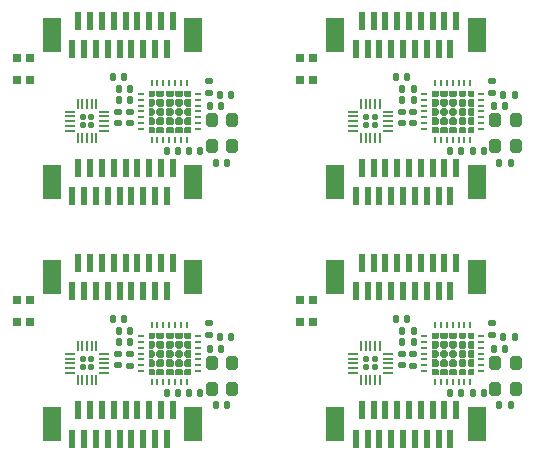
<source format=gbr>
%TF.GenerationSoftware,KiCad,Pcbnew,7.0.2-6a45011f42~172~ubuntu22.04.1*%
%TF.CreationDate,2023-05-08T22:23:16+01:00*%
%TF.ProjectId,panel,70616e65-6c2e-46b6-9963-61645f706362,rev?*%
%TF.SameCoordinates,Original*%
%TF.FileFunction,Paste,Top*%
%TF.FilePolarity,Positive*%
%FSLAX46Y46*%
G04 Gerber Fmt 4.6, Leading zero omitted, Abs format (unit mm)*
G04 Created by KiCad (PCBNEW 7.0.2-6a45011f42~172~ubuntu22.04.1) date 2023-05-08 22:23:16*
%MOMM*%
%LPD*%
G01*
G04 APERTURE LIST*
G04 Aperture macros list*
%AMRoundRect*
0 Rectangle with rounded corners*
0 $1 Rounding radius*
0 $2 $3 $4 $5 $6 $7 $8 $9 X,Y pos of 4 corners*
0 Add a 4 corners polygon primitive as box body*
4,1,4,$2,$3,$4,$5,$6,$7,$8,$9,$2,$3,0*
0 Add four circle primitives for the rounded corners*
1,1,$1+$1,$2,$3*
1,1,$1+$1,$4,$5*
1,1,$1+$1,$6,$7*
1,1,$1+$1,$8,$9*
0 Add four rect primitives between the rounded corners*
20,1,$1+$1,$2,$3,$4,$5,0*
20,1,$1+$1,$4,$5,$6,$7,0*
20,1,$1+$1,$6,$7,$8,$9,0*
20,1,$1+$1,$8,$9,$2,$3,0*%
G04 Aperture macros list end*
%ADD10C,0.100000*%
%ADD11RoundRect,0.140000X-0.140000X-0.170000X0.140000X-0.170000X0.140000X0.170000X-0.140000X0.170000X0*%
%ADD12R,0.500000X1.600000*%
%ADD13R,1.500000X2.900000*%
%ADD14RoundRect,0.140000X0.170000X-0.140000X0.170000X0.140000X-0.170000X0.140000X-0.170000X-0.140000X0*%
%ADD15RoundRect,0.140000X0.140000X0.170000X-0.140000X0.170000X-0.140000X-0.170000X0.140000X-0.170000X0*%
%ADD16RoundRect,0.140000X-0.170000X0.140000X-0.170000X-0.140000X0.170000X-0.140000X0.170000X0.140000X0*%
%ADD17R,0.700000X0.700000*%
%ADD18RoundRect,0.125000X0.125000X0.125000X-0.125000X0.125000X-0.125000X-0.125000X0.125000X-0.125000X0*%
%ADD19RoundRect,0.050000X0.375000X0.050000X-0.375000X0.050000X-0.375000X-0.050000X0.375000X-0.050000X0*%
%ADD20RoundRect,0.050000X0.050000X0.375000X-0.050000X0.375000X-0.050000X-0.375000X0.050000X-0.375000X0*%
%ADD21R,0.250000X0.600000*%
%ADD22R,0.600000X0.250000*%
%ADD23RoundRect,0.237500X0.237500X0.362500X-0.237500X0.362500X-0.237500X-0.362500X0.237500X-0.362500X0*%
%ADD24RoundRect,0.237500X-0.237500X0.362500X-0.237500X-0.362500X0.237500X-0.362500X0.237500X0.362500X0*%
G04 APERTURE END LIST*
%TO.C,U1*%
D10*
X28675070Y-23718900D02*
X28372521Y-23718900D01*
X28231100Y-23577479D01*
X28231100Y-23274930D01*
X28675070Y-23274930D01*
X28675070Y-23718900D01*
G36*
X28675070Y-23718900D02*
G01*
X28372521Y-23718900D01*
X28231100Y-23577479D01*
X28231100Y-23274930D01*
X28675070Y-23274930D01*
X28675070Y-23718900D01*
G37*
X25668900Y-23577479D02*
X25527479Y-23718900D01*
X25224930Y-23718900D01*
X25224930Y-23274930D01*
X25668900Y-23274930D01*
X25668900Y-23577479D01*
G36*
X25668900Y-23577479D02*
G01*
X25527479Y-23718900D01*
X25224930Y-23718900D01*
X25224930Y-23274930D01*
X25668900Y-23274930D01*
X25668900Y-23577479D01*
G37*
X28675070Y-26725070D02*
X28231100Y-26725070D01*
X28231100Y-26422521D01*
X28372521Y-26281100D01*
X28675070Y-26281100D01*
X28675070Y-26725070D01*
G36*
X28675070Y-26725070D02*
G01*
X28231100Y-26725070D01*
X28231100Y-26422521D01*
X28372521Y-26281100D01*
X28675070Y-26281100D01*
X28675070Y-26725070D01*
G37*
X25668900Y-26422521D02*
X25668900Y-26725070D01*
X25224930Y-26725070D01*
X25224930Y-26281100D01*
X25527479Y-26281100D01*
X25668900Y-26422521D01*
G36*
X25668900Y-26422521D02*
G01*
X25668900Y-26725070D01*
X25224930Y-26725070D01*
X25224930Y-26281100D01*
X25527479Y-26281100D01*
X25668900Y-26422521D01*
G37*
X28031100Y-23577479D02*
X27889679Y-23718900D01*
X27585121Y-23718900D01*
X27443700Y-23577479D01*
X27443700Y-23274930D01*
X28031100Y-23274930D01*
X28031100Y-23577479D01*
G36*
X28031100Y-23577479D02*
G01*
X27889679Y-23718900D01*
X27585121Y-23718900D01*
X27443700Y-23577479D01*
X27443700Y-23274930D01*
X28031100Y-23274930D01*
X28031100Y-23577479D01*
G37*
X27243700Y-23577479D02*
X27102279Y-23718900D01*
X26797721Y-23718900D01*
X26656300Y-23577479D01*
X26656300Y-23274930D01*
X27243700Y-23274930D01*
X27243700Y-23577479D01*
G36*
X27243700Y-23577479D02*
G01*
X27102279Y-23718900D01*
X26797721Y-23718900D01*
X26656300Y-23577479D01*
X26656300Y-23274930D01*
X27243700Y-23274930D01*
X27243700Y-23577479D01*
G37*
X26456300Y-23577479D02*
X26314879Y-23718900D01*
X26010321Y-23718900D01*
X25868900Y-23577479D01*
X25868900Y-23274930D01*
X26456300Y-23274930D01*
X26456300Y-23577479D01*
G36*
X26456300Y-23577479D02*
G01*
X26314879Y-23718900D01*
X26010321Y-23718900D01*
X25868900Y-23577479D01*
X25868900Y-23274930D01*
X26456300Y-23274930D01*
X26456300Y-23577479D01*
G37*
X28675070Y-24506300D02*
X28372521Y-24506300D01*
X28231100Y-24364879D01*
X28231100Y-24060321D01*
X28372521Y-23918900D01*
X28675070Y-23918900D01*
X28675070Y-24506300D01*
G36*
X28675070Y-24506300D02*
G01*
X28372521Y-24506300D01*
X28231100Y-24364879D01*
X28231100Y-24060321D01*
X28372521Y-23918900D01*
X28675070Y-23918900D01*
X28675070Y-24506300D01*
G37*
X25668900Y-24060321D02*
X25668900Y-24364879D01*
X25527479Y-24506300D01*
X25224930Y-24506300D01*
X25224930Y-23918900D01*
X25527479Y-23918900D01*
X25668900Y-24060321D01*
G36*
X25668900Y-24060321D02*
G01*
X25668900Y-24364879D01*
X25527479Y-24506300D01*
X25224930Y-24506300D01*
X25224930Y-23918900D01*
X25527479Y-23918900D01*
X25668900Y-24060321D01*
G37*
X28675070Y-25293700D02*
X28372521Y-25293700D01*
X28231100Y-25152279D01*
X28231100Y-24847721D01*
X28372521Y-24706300D01*
X28675070Y-24706300D01*
X28675070Y-25293700D01*
G36*
X28675070Y-25293700D02*
G01*
X28372521Y-25293700D01*
X28231100Y-25152279D01*
X28231100Y-24847721D01*
X28372521Y-24706300D01*
X28675070Y-24706300D01*
X28675070Y-25293700D01*
G37*
X25668900Y-24847721D02*
X25668900Y-25152279D01*
X25527479Y-25293700D01*
X25224930Y-25293700D01*
X25224930Y-24706300D01*
X25527479Y-24706300D01*
X25668900Y-24847721D01*
G36*
X25668900Y-24847721D02*
G01*
X25668900Y-25152279D01*
X25527479Y-25293700D01*
X25224930Y-25293700D01*
X25224930Y-24706300D01*
X25527479Y-24706300D01*
X25668900Y-24847721D01*
G37*
X28675070Y-26081100D02*
X28372521Y-26081100D01*
X28231100Y-25939679D01*
X28231100Y-25635121D01*
X28372521Y-25493700D01*
X28675070Y-25493700D01*
X28675070Y-26081100D01*
G36*
X28675070Y-26081100D02*
G01*
X28372521Y-26081100D01*
X28231100Y-25939679D01*
X28231100Y-25635121D01*
X28372521Y-25493700D01*
X28675070Y-25493700D01*
X28675070Y-26081100D01*
G37*
X25668900Y-25635121D02*
X25668900Y-25939679D01*
X25527479Y-26081100D01*
X25224930Y-26081100D01*
X25224930Y-25493700D01*
X25527479Y-25493700D01*
X25668900Y-25635121D01*
G36*
X25668900Y-25635121D02*
G01*
X25668900Y-25939679D01*
X25527479Y-26081100D01*
X25224930Y-26081100D01*
X25224930Y-25493700D01*
X25527479Y-25493700D01*
X25668900Y-25635121D01*
G37*
X28031100Y-26422521D02*
X28031100Y-26725070D01*
X27443700Y-26725070D01*
X27443700Y-26422521D01*
X27585121Y-26281100D01*
X27889679Y-26281100D01*
X28031100Y-26422521D01*
G36*
X28031100Y-26422521D02*
G01*
X28031100Y-26725070D01*
X27443700Y-26725070D01*
X27443700Y-26422521D01*
X27585121Y-26281100D01*
X27889679Y-26281100D01*
X28031100Y-26422521D01*
G37*
X27243700Y-26422521D02*
X27243700Y-26725070D01*
X26656300Y-26725070D01*
X26656300Y-26422521D01*
X26797721Y-26281100D01*
X27102279Y-26281100D01*
X27243700Y-26422521D01*
G36*
X27243700Y-26422521D02*
G01*
X27243700Y-26725070D01*
X26656300Y-26725070D01*
X26656300Y-26422521D01*
X26797721Y-26281100D01*
X27102279Y-26281100D01*
X27243700Y-26422521D01*
G37*
X26456300Y-26422521D02*
X26456300Y-26725070D01*
X25868900Y-26725070D01*
X25868900Y-26422521D01*
X26010321Y-26281100D01*
X26314879Y-26281100D01*
X26456300Y-26422521D01*
G36*
X26456300Y-26422521D02*
G01*
X26456300Y-26725070D01*
X25868900Y-26725070D01*
X25868900Y-26422521D01*
X26010321Y-26281100D01*
X26314879Y-26281100D01*
X26456300Y-26422521D01*
G37*
X28031100Y-24060321D02*
X28031100Y-24364879D01*
X27889679Y-24506300D01*
X27585121Y-24506300D01*
X27443700Y-24364879D01*
X27443700Y-24060321D01*
X27585121Y-23918900D01*
X27889679Y-23918900D01*
X28031100Y-24060321D01*
G36*
X28031100Y-24060321D02*
G01*
X28031100Y-24364879D01*
X27889679Y-24506300D01*
X27585121Y-24506300D01*
X27443700Y-24364879D01*
X27443700Y-24060321D01*
X27585121Y-23918900D01*
X27889679Y-23918900D01*
X28031100Y-24060321D01*
G37*
X27243700Y-24060321D02*
X27243700Y-24364879D01*
X27102279Y-24506300D01*
X26797721Y-24506300D01*
X26656300Y-24364879D01*
X26656300Y-24060321D01*
X26797721Y-23918900D01*
X27102279Y-23918900D01*
X27243700Y-24060321D01*
G36*
X27243700Y-24060321D02*
G01*
X27243700Y-24364879D01*
X27102279Y-24506300D01*
X26797721Y-24506300D01*
X26656300Y-24364879D01*
X26656300Y-24060321D01*
X26797721Y-23918900D01*
X27102279Y-23918900D01*
X27243700Y-24060321D01*
G37*
X26456300Y-24060321D02*
X26456300Y-24364879D01*
X26314879Y-24506300D01*
X26010321Y-24506300D01*
X25868900Y-24364879D01*
X25868900Y-24060321D01*
X26010321Y-23918900D01*
X26314879Y-23918900D01*
X26456300Y-24060321D01*
G36*
X26456300Y-24060321D02*
G01*
X26456300Y-24364879D01*
X26314879Y-24506300D01*
X26010321Y-24506300D01*
X25868900Y-24364879D01*
X25868900Y-24060321D01*
X26010321Y-23918900D01*
X26314879Y-23918900D01*
X26456300Y-24060321D01*
G37*
X28031100Y-24847721D02*
X28031100Y-25152279D01*
X27889679Y-25293700D01*
X27585121Y-25293700D01*
X27443700Y-25152279D01*
X27443700Y-24847721D01*
X27585121Y-24706300D01*
X27889679Y-24706300D01*
X28031100Y-24847721D01*
G36*
X28031100Y-24847721D02*
G01*
X28031100Y-25152279D01*
X27889679Y-25293700D01*
X27585121Y-25293700D01*
X27443700Y-25152279D01*
X27443700Y-24847721D01*
X27585121Y-24706300D01*
X27889679Y-24706300D01*
X28031100Y-24847721D01*
G37*
X27243700Y-24847721D02*
X27243700Y-25152279D01*
X27102279Y-25293700D01*
X26797721Y-25293700D01*
X26656300Y-25152279D01*
X26656300Y-24847721D01*
X26797721Y-24706300D01*
X27102279Y-24706300D01*
X27243700Y-24847721D01*
G36*
X27243700Y-24847721D02*
G01*
X27243700Y-25152279D01*
X27102279Y-25293700D01*
X26797721Y-25293700D01*
X26656300Y-25152279D01*
X26656300Y-24847721D01*
X26797721Y-24706300D01*
X27102279Y-24706300D01*
X27243700Y-24847721D01*
G37*
X26456300Y-24847721D02*
X26456300Y-25152279D01*
X26314879Y-25293700D01*
X26010321Y-25293700D01*
X25868900Y-25152279D01*
X25868900Y-24847721D01*
X26010321Y-24706300D01*
X26314879Y-24706300D01*
X26456300Y-24847721D01*
G36*
X26456300Y-24847721D02*
G01*
X26456300Y-25152279D01*
X26314879Y-25293700D01*
X26010321Y-25293700D01*
X25868900Y-25152279D01*
X25868900Y-24847721D01*
X26010321Y-24706300D01*
X26314879Y-24706300D01*
X26456300Y-24847721D01*
G37*
X28031100Y-25635121D02*
X28031100Y-25939679D01*
X27889679Y-26081100D01*
X27585121Y-26081100D01*
X27443700Y-25939679D01*
X27443700Y-25635121D01*
X27585121Y-25493700D01*
X27889679Y-25493700D01*
X28031100Y-25635121D01*
G36*
X28031100Y-25635121D02*
G01*
X28031100Y-25939679D01*
X27889679Y-26081100D01*
X27585121Y-26081100D01*
X27443700Y-25939679D01*
X27443700Y-25635121D01*
X27585121Y-25493700D01*
X27889679Y-25493700D01*
X28031100Y-25635121D01*
G37*
X27243700Y-25635121D02*
X27243700Y-25939679D01*
X27102279Y-26081100D01*
X26797721Y-26081100D01*
X26656300Y-25939679D01*
X26656300Y-25635121D01*
X26797721Y-25493700D01*
X27102279Y-25493700D01*
X27243700Y-25635121D01*
G36*
X27243700Y-25635121D02*
G01*
X27243700Y-25939679D01*
X27102279Y-26081100D01*
X26797721Y-26081100D01*
X26656300Y-25939679D01*
X26656300Y-25635121D01*
X26797721Y-25493700D01*
X27102279Y-25493700D01*
X27243700Y-25635121D01*
G37*
X26456300Y-25635121D02*
X26456300Y-25939679D01*
X26314879Y-26081100D01*
X26010321Y-26081100D01*
X25868900Y-25939679D01*
X25868900Y-25635121D01*
X26010321Y-25493700D01*
X26314879Y-25493700D01*
X26456300Y-25635121D01*
G36*
X26456300Y-25635121D02*
G01*
X26456300Y-25939679D01*
X26314879Y-26081100D01*
X26010321Y-26081100D01*
X25868900Y-25939679D01*
X25868900Y-25635121D01*
X26010321Y-25493700D01*
X26314879Y-25493700D01*
X26456300Y-25635121D01*
G37*
X52675071Y-44218901D02*
X52372522Y-44218901D01*
X52231101Y-44077480D01*
X52231101Y-43774931D01*
X52675071Y-43774931D01*
X52675071Y-44218901D01*
G36*
X52675071Y-44218901D02*
G01*
X52372522Y-44218901D01*
X52231101Y-44077480D01*
X52231101Y-43774931D01*
X52675071Y-43774931D01*
X52675071Y-44218901D01*
G37*
X49668901Y-44077480D02*
X49527480Y-44218901D01*
X49224931Y-44218901D01*
X49224931Y-43774931D01*
X49668901Y-43774931D01*
X49668901Y-44077480D01*
G36*
X49668901Y-44077480D02*
G01*
X49527480Y-44218901D01*
X49224931Y-44218901D01*
X49224931Y-43774931D01*
X49668901Y-43774931D01*
X49668901Y-44077480D01*
G37*
X52675071Y-47225071D02*
X52231101Y-47225071D01*
X52231101Y-46922522D01*
X52372522Y-46781101D01*
X52675071Y-46781101D01*
X52675071Y-47225071D01*
G36*
X52675071Y-47225071D02*
G01*
X52231101Y-47225071D01*
X52231101Y-46922522D01*
X52372522Y-46781101D01*
X52675071Y-46781101D01*
X52675071Y-47225071D01*
G37*
X49668901Y-46922522D02*
X49668901Y-47225071D01*
X49224931Y-47225071D01*
X49224931Y-46781101D01*
X49527480Y-46781101D01*
X49668901Y-46922522D01*
G36*
X49668901Y-46922522D02*
G01*
X49668901Y-47225071D01*
X49224931Y-47225071D01*
X49224931Y-46781101D01*
X49527480Y-46781101D01*
X49668901Y-46922522D01*
G37*
X52031101Y-44077480D02*
X51889680Y-44218901D01*
X51585122Y-44218901D01*
X51443701Y-44077480D01*
X51443701Y-43774931D01*
X52031101Y-43774931D01*
X52031101Y-44077480D01*
G36*
X52031101Y-44077480D02*
G01*
X51889680Y-44218901D01*
X51585122Y-44218901D01*
X51443701Y-44077480D01*
X51443701Y-43774931D01*
X52031101Y-43774931D01*
X52031101Y-44077480D01*
G37*
X51243701Y-44077480D02*
X51102280Y-44218901D01*
X50797722Y-44218901D01*
X50656301Y-44077480D01*
X50656301Y-43774931D01*
X51243701Y-43774931D01*
X51243701Y-44077480D01*
G36*
X51243701Y-44077480D02*
G01*
X51102280Y-44218901D01*
X50797722Y-44218901D01*
X50656301Y-44077480D01*
X50656301Y-43774931D01*
X51243701Y-43774931D01*
X51243701Y-44077480D01*
G37*
X50456301Y-44077480D02*
X50314880Y-44218901D01*
X50010322Y-44218901D01*
X49868901Y-44077480D01*
X49868901Y-43774931D01*
X50456301Y-43774931D01*
X50456301Y-44077480D01*
G36*
X50456301Y-44077480D02*
G01*
X50314880Y-44218901D01*
X50010322Y-44218901D01*
X49868901Y-44077480D01*
X49868901Y-43774931D01*
X50456301Y-43774931D01*
X50456301Y-44077480D01*
G37*
X52675071Y-45006301D02*
X52372522Y-45006301D01*
X52231101Y-44864880D01*
X52231101Y-44560322D01*
X52372522Y-44418901D01*
X52675071Y-44418901D01*
X52675071Y-45006301D01*
G36*
X52675071Y-45006301D02*
G01*
X52372522Y-45006301D01*
X52231101Y-44864880D01*
X52231101Y-44560322D01*
X52372522Y-44418901D01*
X52675071Y-44418901D01*
X52675071Y-45006301D01*
G37*
X49668901Y-44560322D02*
X49668901Y-44864880D01*
X49527480Y-45006301D01*
X49224931Y-45006301D01*
X49224931Y-44418901D01*
X49527480Y-44418901D01*
X49668901Y-44560322D01*
G36*
X49668901Y-44560322D02*
G01*
X49668901Y-44864880D01*
X49527480Y-45006301D01*
X49224931Y-45006301D01*
X49224931Y-44418901D01*
X49527480Y-44418901D01*
X49668901Y-44560322D01*
G37*
X52675071Y-45793701D02*
X52372522Y-45793701D01*
X52231101Y-45652280D01*
X52231101Y-45347722D01*
X52372522Y-45206301D01*
X52675071Y-45206301D01*
X52675071Y-45793701D01*
G36*
X52675071Y-45793701D02*
G01*
X52372522Y-45793701D01*
X52231101Y-45652280D01*
X52231101Y-45347722D01*
X52372522Y-45206301D01*
X52675071Y-45206301D01*
X52675071Y-45793701D01*
G37*
X49668901Y-45347722D02*
X49668901Y-45652280D01*
X49527480Y-45793701D01*
X49224931Y-45793701D01*
X49224931Y-45206301D01*
X49527480Y-45206301D01*
X49668901Y-45347722D01*
G36*
X49668901Y-45347722D02*
G01*
X49668901Y-45652280D01*
X49527480Y-45793701D01*
X49224931Y-45793701D01*
X49224931Y-45206301D01*
X49527480Y-45206301D01*
X49668901Y-45347722D01*
G37*
X52675071Y-46581101D02*
X52372522Y-46581101D01*
X52231101Y-46439680D01*
X52231101Y-46135122D01*
X52372522Y-45993701D01*
X52675071Y-45993701D01*
X52675071Y-46581101D01*
G36*
X52675071Y-46581101D02*
G01*
X52372522Y-46581101D01*
X52231101Y-46439680D01*
X52231101Y-46135122D01*
X52372522Y-45993701D01*
X52675071Y-45993701D01*
X52675071Y-46581101D01*
G37*
X49668901Y-46135122D02*
X49668901Y-46439680D01*
X49527480Y-46581101D01*
X49224931Y-46581101D01*
X49224931Y-45993701D01*
X49527480Y-45993701D01*
X49668901Y-46135122D01*
G36*
X49668901Y-46135122D02*
G01*
X49668901Y-46439680D01*
X49527480Y-46581101D01*
X49224931Y-46581101D01*
X49224931Y-45993701D01*
X49527480Y-45993701D01*
X49668901Y-46135122D01*
G37*
X52031101Y-46922522D02*
X52031101Y-47225071D01*
X51443701Y-47225071D01*
X51443701Y-46922522D01*
X51585122Y-46781101D01*
X51889680Y-46781101D01*
X52031101Y-46922522D01*
G36*
X52031101Y-46922522D02*
G01*
X52031101Y-47225071D01*
X51443701Y-47225071D01*
X51443701Y-46922522D01*
X51585122Y-46781101D01*
X51889680Y-46781101D01*
X52031101Y-46922522D01*
G37*
X51243701Y-46922522D02*
X51243701Y-47225071D01*
X50656301Y-47225071D01*
X50656301Y-46922522D01*
X50797722Y-46781101D01*
X51102280Y-46781101D01*
X51243701Y-46922522D01*
G36*
X51243701Y-46922522D02*
G01*
X51243701Y-47225071D01*
X50656301Y-47225071D01*
X50656301Y-46922522D01*
X50797722Y-46781101D01*
X51102280Y-46781101D01*
X51243701Y-46922522D01*
G37*
X50456301Y-46922522D02*
X50456301Y-47225071D01*
X49868901Y-47225071D01*
X49868901Y-46922522D01*
X50010322Y-46781101D01*
X50314880Y-46781101D01*
X50456301Y-46922522D01*
G36*
X50456301Y-46922522D02*
G01*
X50456301Y-47225071D01*
X49868901Y-47225071D01*
X49868901Y-46922522D01*
X50010322Y-46781101D01*
X50314880Y-46781101D01*
X50456301Y-46922522D01*
G37*
X52031101Y-44560322D02*
X52031101Y-44864880D01*
X51889680Y-45006301D01*
X51585122Y-45006301D01*
X51443701Y-44864880D01*
X51443701Y-44560322D01*
X51585122Y-44418901D01*
X51889680Y-44418901D01*
X52031101Y-44560322D01*
G36*
X52031101Y-44560322D02*
G01*
X52031101Y-44864880D01*
X51889680Y-45006301D01*
X51585122Y-45006301D01*
X51443701Y-44864880D01*
X51443701Y-44560322D01*
X51585122Y-44418901D01*
X51889680Y-44418901D01*
X52031101Y-44560322D01*
G37*
X51243701Y-44560322D02*
X51243701Y-44864880D01*
X51102280Y-45006301D01*
X50797722Y-45006301D01*
X50656301Y-44864880D01*
X50656301Y-44560322D01*
X50797722Y-44418901D01*
X51102280Y-44418901D01*
X51243701Y-44560322D01*
G36*
X51243701Y-44560322D02*
G01*
X51243701Y-44864880D01*
X51102280Y-45006301D01*
X50797722Y-45006301D01*
X50656301Y-44864880D01*
X50656301Y-44560322D01*
X50797722Y-44418901D01*
X51102280Y-44418901D01*
X51243701Y-44560322D01*
G37*
X50456301Y-44560322D02*
X50456301Y-44864880D01*
X50314880Y-45006301D01*
X50010322Y-45006301D01*
X49868901Y-44864880D01*
X49868901Y-44560322D01*
X50010322Y-44418901D01*
X50314880Y-44418901D01*
X50456301Y-44560322D01*
G36*
X50456301Y-44560322D02*
G01*
X50456301Y-44864880D01*
X50314880Y-45006301D01*
X50010322Y-45006301D01*
X49868901Y-44864880D01*
X49868901Y-44560322D01*
X50010322Y-44418901D01*
X50314880Y-44418901D01*
X50456301Y-44560322D01*
G37*
X52031101Y-45347722D02*
X52031101Y-45652280D01*
X51889680Y-45793701D01*
X51585122Y-45793701D01*
X51443701Y-45652280D01*
X51443701Y-45347722D01*
X51585122Y-45206301D01*
X51889680Y-45206301D01*
X52031101Y-45347722D01*
G36*
X52031101Y-45347722D02*
G01*
X52031101Y-45652280D01*
X51889680Y-45793701D01*
X51585122Y-45793701D01*
X51443701Y-45652280D01*
X51443701Y-45347722D01*
X51585122Y-45206301D01*
X51889680Y-45206301D01*
X52031101Y-45347722D01*
G37*
X51243701Y-45347722D02*
X51243701Y-45652280D01*
X51102280Y-45793701D01*
X50797722Y-45793701D01*
X50656301Y-45652280D01*
X50656301Y-45347722D01*
X50797722Y-45206301D01*
X51102280Y-45206301D01*
X51243701Y-45347722D01*
G36*
X51243701Y-45347722D02*
G01*
X51243701Y-45652280D01*
X51102280Y-45793701D01*
X50797722Y-45793701D01*
X50656301Y-45652280D01*
X50656301Y-45347722D01*
X50797722Y-45206301D01*
X51102280Y-45206301D01*
X51243701Y-45347722D01*
G37*
X50456301Y-45347722D02*
X50456301Y-45652280D01*
X50314880Y-45793701D01*
X50010322Y-45793701D01*
X49868901Y-45652280D01*
X49868901Y-45347722D01*
X50010322Y-45206301D01*
X50314880Y-45206301D01*
X50456301Y-45347722D01*
G36*
X50456301Y-45347722D02*
G01*
X50456301Y-45652280D01*
X50314880Y-45793701D01*
X50010322Y-45793701D01*
X49868901Y-45652280D01*
X49868901Y-45347722D01*
X50010322Y-45206301D01*
X50314880Y-45206301D01*
X50456301Y-45347722D01*
G37*
X52031101Y-46135122D02*
X52031101Y-46439680D01*
X51889680Y-46581101D01*
X51585122Y-46581101D01*
X51443701Y-46439680D01*
X51443701Y-46135122D01*
X51585122Y-45993701D01*
X51889680Y-45993701D01*
X52031101Y-46135122D01*
G36*
X52031101Y-46135122D02*
G01*
X52031101Y-46439680D01*
X51889680Y-46581101D01*
X51585122Y-46581101D01*
X51443701Y-46439680D01*
X51443701Y-46135122D01*
X51585122Y-45993701D01*
X51889680Y-45993701D01*
X52031101Y-46135122D01*
G37*
X51243701Y-46135122D02*
X51243701Y-46439680D01*
X51102280Y-46581101D01*
X50797722Y-46581101D01*
X50656301Y-46439680D01*
X50656301Y-46135122D01*
X50797722Y-45993701D01*
X51102280Y-45993701D01*
X51243701Y-46135122D01*
G36*
X51243701Y-46135122D02*
G01*
X51243701Y-46439680D01*
X51102280Y-46581101D01*
X50797722Y-46581101D01*
X50656301Y-46439680D01*
X50656301Y-46135122D01*
X50797722Y-45993701D01*
X51102280Y-45993701D01*
X51243701Y-46135122D01*
G37*
X50456301Y-46135122D02*
X50456301Y-46439680D01*
X50314880Y-46581101D01*
X50010322Y-46581101D01*
X49868901Y-46439680D01*
X49868901Y-46135122D01*
X50010322Y-45993701D01*
X50314880Y-45993701D01*
X50456301Y-46135122D01*
G36*
X50456301Y-46135122D02*
G01*
X50456301Y-46439680D01*
X50314880Y-46581101D01*
X50010322Y-46581101D01*
X49868901Y-46439680D01*
X49868901Y-46135122D01*
X50010322Y-45993701D01*
X50314880Y-45993701D01*
X50456301Y-46135122D01*
G37*
X28675070Y-44218901D02*
X28372521Y-44218901D01*
X28231100Y-44077480D01*
X28231100Y-43774931D01*
X28675070Y-43774931D01*
X28675070Y-44218901D01*
G36*
X28675070Y-44218901D02*
G01*
X28372521Y-44218901D01*
X28231100Y-44077480D01*
X28231100Y-43774931D01*
X28675070Y-43774931D01*
X28675070Y-44218901D01*
G37*
X25668900Y-44077480D02*
X25527479Y-44218901D01*
X25224930Y-44218901D01*
X25224930Y-43774931D01*
X25668900Y-43774931D01*
X25668900Y-44077480D01*
G36*
X25668900Y-44077480D02*
G01*
X25527479Y-44218901D01*
X25224930Y-44218901D01*
X25224930Y-43774931D01*
X25668900Y-43774931D01*
X25668900Y-44077480D01*
G37*
X28675070Y-47225071D02*
X28231100Y-47225071D01*
X28231100Y-46922522D01*
X28372521Y-46781101D01*
X28675070Y-46781101D01*
X28675070Y-47225071D01*
G36*
X28675070Y-47225071D02*
G01*
X28231100Y-47225071D01*
X28231100Y-46922522D01*
X28372521Y-46781101D01*
X28675070Y-46781101D01*
X28675070Y-47225071D01*
G37*
X25668900Y-46922522D02*
X25668900Y-47225071D01*
X25224930Y-47225071D01*
X25224930Y-46781101D01*
X25527479Y-46781101D01*
X25668900Y-46922522D01*
G36*
X25668900Y-46922522D02*
G01*
X25668900Y-47225071D01*
X25224930Y-47225071D01*
X25224930Y-46781101D01*
X25527479Y-46781101D01*
X25668900Y-46922522D01*
G37*
X28031100Y-44077480D02*
X27889679Y-44218901D01*
X27585121Y-44218901D01*
X27443700Y-44077480D01*
X27443700Y-43774931D01*
X28031100Y-43774931D01*
X28031100Y-44077480D01*
G36*
X28031100Y-44077480D02*
G01*
X27889679Y-44218901D01*
X27585121Y-44218901D01*
X27443700Y-44077480D01*
X27443700Y-43774931D01*
X28031100Y-43774931D01*
X28031100Y-44077480D01*
G37*
X27243700Y-44077480D02*
X27102279Y-44218901D01*
X26797721Y-44218901D01*
X26656300Y-44077480D01*
X26656300Y-43774931D01*
X27243700Y-43774931D01*
X27243700Y-44077480D01*
G36*
X27243700Y-44077480D02*
G01*
X27102279Y-44218901D01*
X26797721Y-44218901D01*
X26656300Y-44077480D01*
X26656300Y-43774931D01*
X27243700Y-43774931D01*
X27243700Y-44077480D01*
G37*
X26456300Y-44077480D02*
X26314879Y-44218901D01*
X26010321Y-44218901D01*
X25868900Y-44077480D01*
X25868900Y-43774931D01*
X26456300Y-43774931D01*
X26456300Y-44077480D01*
G36*
X26456300Y-44077480D02*
G01*
X26314879Y-44218901D01*
X26010321Y-44218901D01*
X25868900Y-44077480D01*
X25868900Y-43774931D01*
X26456300Y-43774931D01*
X26456300Y-44077480D01*
G37*
X28675070Y-45006301D02*
X28372521Y-45006301D01*
X28231100Y-44864880D01*
X28231100Y-44560322D01*
X28372521Y-44418901D01*
X28675070Y-44418901D01*
X28675070Y-45006301D01*
G36*
X28675070Y-45006301D02*
G01*
X28372521Y-45006301D01*
X28231100Y-44864880D01*
X28231100Y-44560322D01*
X28372521Y-44418901D01*
X28675070Y-44418901D01*
X28675070Y-45006301D01*
G37*
X25668900Y-44560322D02*
X25668900Y-44864880D01*
X25527479Y-45006301D01*
X25224930Y-45006301D01*
X25224930Y-44418901D01*
X25527479Y-44418901D01*
X25668900Y-44560322D01*
G36*
X25668900Y-44560322D02*
G01*
X25668900Y-44864880D01*
X25527479Y-45006301D01*
X25224930Y-45006301D01*
X25224930Y-44418901D01*
X25527479Y-44418901D01*
X25668900Y-44560322D01*
G37*
X28675070Y-45793701D02*
X28372521Y-45793701D01*
X28231100Y-45652280D01*
X28231100Y-45347722D01*
X28372521Y-45206301D01*
X28675070Y-45206301D01*
X28675070Y-45793701D01*
G36*
X28675070Y-45793701D02*
G01*
X28372521Y-45793701D01*
X28231100Y-45652280D01*
X28231100Y-45347722D01*
X28372521Y-45206301D01*
X28675070Y-45206301D01*
X28675070Y-45793701D01*
G37*
X25668900Y-45347722D02*
X25668900Y-45652280D01*
X25527479Y-45793701D01*
X25224930Y-45793701D01*
X25224930Y-45206301D01*
X25527479Y-45206301D01*
X25668900Y-45347722D01*
G36*
X25668900Y-45347722D02*
G01*
X25668900Y-45652280D01*
X25527479Y-45793701D01*
X25224930Y-45793701D01*
X25224930Y-45206301D01*
X25527479Y-45206301D01*
X25668900Y-45347722D01*
G37*
X28675070Y-46581101D02*
X28372521Y-46581101D01*
X28231100Y-46439680D01*
X28231100Y-46135122D01*
X28372521Y-45993701D01*
X28675070Y-45993701D01*
X28675070Y-46581101D01*
G36*
X28675070Y-46581101D02*
G01*
X28372521Y-46581101D01*
X28231100Y-46439680D01*
X28231100Y-46135122D01*
X28372521Y-45993701D01*
X28675070Y-45993701D01*
X28675070Y-46581101D01*
G37*
X25668900Y-46135122D02*
X25668900Y-46439680D01*
X25527479Y-46581101D01*
X25224930Y-46581101D01*
X25224930Y-45993701D01*
X25527479Y-45993701D01*
X25668900Y-46135122D01*
G36*
X25668900Y-46135122D02*
G01*
X25668900Y-46439680D01*
X25527479Y-46581101D01*
X25224930Y-46581101D01*
X25224930Y-45993701D01*
X25527479Y-45993701D01*
X25668900Y-46135122D01*
G37*
X28031100Y-46922522D02*
X28031100Y-47225071D01*
X27443700Y-47225071D01*
X27443700Y-46922522D01*
X27585121Y-46781101D01*
X27889679Y-46781101D01*
X28031100Y-46922522D01*
G36*
X28031100Y-46922522D02*
G01*
X28031100Y-47225071D01*
X27443700Y-47225071D01*
X27443700Y-46922522D01*
X27585121Y-46781101D01*
X27889679Y-46781101D01*
X28031100Y-46922522D01*
G37*
X27243700Y-46922522D02*
X27243700Y-47225071D01*
X26656300Y-47225071D01*
X26656300Y-46922522D01*
X26797721Y-46781101D01*
X27102279Y-46781101D01*
X27243700Y-46922522D01*
G36*
X27243700Y-46922522D02*
G01*
X27243700Y-47225071D01*
X26656300Y-47225071D01*
X26656300Y-46922522D01*
X26797721Y-46781101D01*
X27102279Y-46781101D01*
X27243700Y-46922522D01*
G37*
X26456300Y-46922522D02*
X26456300Y-47225071D01*
X25868900Y-47225071D01*
X25868900Y-46922522D01*
X26010321Y-46781101D01*
X26314879Y-46781101D01*
X26456300Y-46922522D01*
G36*
X26456300Y-46922522D02*
G01*
X26456300Y-47225071D01*
X25868900Y-47225071D01*
X25868900Y-46922522D01*
X26010321Y-46781101D01*
X26314879Y-46781101D01*
X26456300Y-46922522D01*
G37*
X28031100Y-44560322D02*
X28031100Y-44864880D01*
X27889679Y-45006301D01*
X27585121Y-45006301D01*
X27443700Y-44864880D01*
X27443700Y-44560322D01*
X27585121Y-44418901D01*
X27889679Y-44418901D01*
X28031100Y-44560322D01*
G36*
X28031100Y-44560322D02*
G01*
X28031100Y-44864880D01*
X27889679Y-45006301D01*
X27585121Y-45006301D01*
X27443700Y-44864880D01*
X27443700Y-44560322D01*
X27585121Y-44418901D01*
X27889679Y-44418901D01*
X28031100Y-44560322D01*
G37*
X27243700Y-44560322D02*
X27243700Y-44864880D01*
X27102279Y-45006301D01*
X26797721Y-45006301D01*
X26656300Y-44864880D01*
X26656300Y-44560322D01*
X26797721Y-44418901D01*
X27102279Y-44418901D01*
X27243700Y-44560322D01*
G36*
X27243700Y-44560322D02*
G01*
X27243700Y-44864880D01*
X27102279Y-45006301D01*
X26797721Y-45006301D01*
X26656300Y-44864880D01*
X26656300Y-44560322D01*
X26797721Y-44418901D01*
X27102279Y-44418901D01*
X27243700Y-44560322D01*
G37*
X26456300Y-44560322D02*
X26456300Y-44864880D01*
X26314879Y-45006301D01*
X26010321Y-45006301D01*
X25868900Y-44864880D01*
X25868900Y-44560322D01*
X26010321Y-44418901D01*
X26314879Y-44418901D01*
X26456300Y-44560322D01*
G36*
X26456300Y-44560322D02*
G01*
X26456300Y-44864880D01*
X26314879Y-45006301D01*
X26010321Y-45006301D01*
X25868900Y-44864880D01*
X25868900Y-44560322D01*
X26010321Y-44418901D01*
X26314879Y-44418901D01*
X26456300Y-44560322D01*
G37*
X28031100Y-45347722D02*
X28031100Y-45652280D01*
X27889679Y-45793701D01*
X27585121Y-45793701D01*
X27443700Y-45652280D01*
X27443700Y-45347722D01*
X27585121Y-45206301D01*
X27889679Y-45206301D01*
X28031100Y-45347722D01*
G36*
X28031100Y-45347722D02*
G01*
X28031100Y-45652280D01*
X27889679Y-45793701D01*
X27585121Y-45793701D01*
X27443700Y-45652280D01*
X27443700Y-45347722D01*
X27585121Y-45206301D01*
X27889679Y-45206301D01*
X28031100Y-45347722D01*
G37*
X27243700Y-45347722D02*
X27243700Y-45652280D01*
X27102279Y-45793701D01*
X26797721Y-45793701D01*
X26656300Y-45652280D01*
X26656300Y-45347722D01*
X26797721Y-45206301D01*
X27102279Y-45206301D01*
X27243700Y-45347722D01*
G36*
X27243700Y-45347722D02*
G01*
X27243700Y-45652280D01*
X27102279Y-45793701D01*
X26797721Y-45793701D01*
X26656300Y-45652280D01*
X26656300Y-45347722D01*
X26797721Y-45206301D01*
X27102279Y-45206301D01*
X27243700Y-45347722D01*
G37*
X26456300Y-45347722D02*
X26456300Y-45652280D01*
X26314879Y-45793701D01*
X26010321Y-45793701D01*
X25868900Y-45652280D01*
X25868900Y-45347722D01*
X26010321Y-45206301D01*
X26314879Y-45206301D01*
X26456300Y-45347722D01*
G36*
X26456300Y-45347722D02*
G01*
X26456300Y-45652280D01*
X26314879Y-45793701D01*
X26010321Y-45793701D01*
X25868900Y-45652280D01*
X25868900Y-45347722D01*
X26010321Y-45206301D01*
X26314879Y-45206301D01*
X26456300Y-45347722D01*
G37*
X28031100Y-46135122D02*
X28031100Y-46439680D01*
X27889679Y-46581101D01*
X27585121Y-46581101D01*
X27443700Y-46439680D01*
X27443700Y-46135122D01*
X27585121Y-45993701D01*
X27889679Y-45993701D01*
X28031100Y-46135122D01*
G36*
X28031100Y-46135122D02*
G01*
X28031100Y-46439680D01*
X27889679Y-46581101D01*
X27585121Y-46581101D01*
X27443700Y-46439680D01*
X27443700Y-46135122D01*
X27585121Y-45993701D01*
X27889679Y-45993701D01*
X28031100Y-46135122D01*
G37*
X27243700Y-46135122D02*
X27243700Y-46439680D01*
X27102279Y-46581101D01*
X26797721Y-46581101D01*
X26656300Y-46439680D01*
X26656300Y-46135122D01*
X26797721Y-45993701D01*
X27102279Y-45993701D01*
X27243700Y-46135122D01*
G36*
X27243700Y-46135122D02*
G01*
X27243700Y-46439680D01*
X27102279Y-46581101D01*
X26797721Y-46581101D01*
X26656300Y-46439680D01*
X26656300Y-46135122D01*
X26797721Y-45993701D01*
X27102279Y-45993701D01*
X27243700Y-46135122D01*
G37*
X26456300Y-46135122D02*
X26456300Y-46439680D01*
X26314879Y-46581101D01*
X26010321Y-46581101D01*
X25868900Y-46439680D01*
X25868900Y-46135122D01*
X26010321Y-45993701D01*
X26314879Y-45993701D01*
X26456300Y-46135122D01*
G36*
X26456300Y-46135122D02*
G01*
X26456300Y-46439680D01*
X26314879Y-46581101D01*
X26010321Y-46581101D01*
X25868900Y-46439680D01*
X25868900Y-46135122D01*
X26010321Y-45993701D01*
X26314879Y-45993701D01*
X26456300Y-46135122D01*
G37*
X52675071Y-23718900D02*
X52372522Y-23718900D01*
X52231101Y-23577479D01*
X52231101Y-23274930D01*
X52675071Y-23274930D01*
X52675071Y-23718900D01*
G36*
X52675071Y-23718900D02*
G01*
X52372522Y-23718900D01*
X52231101Y-23577479D01*
X52231101Y-23274930D01*
X52675071Y-23274930D01*
X52675071Y-23718900D01*
G37*
X49668901Y-23577479D02*
X49527480Y-23718900D01*
X49224931Y-23718900D01*
X49224931Y-23274930D01*
X49668901Y-23274930D01*
X49668901Y-23577479D01*
G36*
X49668901Y-23577479D02*
G01*
X49527480Y-23718900D01*
X49224931Y-23718900D01*
X49224931Y-23274930D01*
X49668901Y-23274930D01*
X49668901Y-23577479D01*
G37*
X52675071Y-26725070D02*
X52231101Y-26725070D01*
X52231101Y-26422521D01*
X52372522Y-26281100D01*
X52675071Y-26281100D01*
X52675071Y-26725070D01*
G36*
X52675071Y-26725070D02*
G01*
X52231101Y-26725070D01*
X52231101Y-26422521D01*
X52372522Y-26281100D01*
X52675071Y-26281100D01*
X52675071Y-26725070D01*
G37*
X49668901Y-26422521D02*
X49668901Y-26725070D01*
X49224931Y-26725070D01*
X49224931Y-26281100D01*
X49527480Y-26281100D01*
X49668901Y-26422521D01*
G36*
X49668901Y-26422521D02*
G01*
X49668901Y-26725070D01*
X49224931Y-26725070D01*
X49224931Y-26281100D01*
X49527480Y-26281100D01*
X49668901Y-26422521D01*
G37*
X52031101Y-23577479D02*
X51889680Y-23718900D01*
X51585122Y-23718900D01*
X51443701Y-23577479D01*
X51443701Y-23274930D01*
X52031101Y-23274930D01*
X52031101Y-23577479D01*
G36*
X52031101Y-23577479D02*
G01*
X51889680Y-23718900D01*
X51585122Y-23718900D01*
X51443701Y-23577479D01*
X51443701Y-23274930D01*
X52031101Y-23274930D01*
X52031101Y-23577479D01*
G37*
X51243701Y-23577479D02*
X51102280Y-23718900D01*
X50797722Y-23718900D01*
X50656301Y-23577479D01*
X50656301Y-23274930D01*
X51243701Y-23274930D01*
X51243701Y-23577479D01*
G36*
X51243701Y-23577479D02*
G01*
X51102280Y-23718900D01*
X50797722Y-23718900D01*
X50656301Y-23577479D01*
X50656301Y-23274930D01*
X51243701Y-23274930D01*
X51243701Y-23577479D01*
G37*
X50456301Y-23577479D02*
X50314880Y-23718900D01*
X50010322Y-23718900D01*
X49868901Y-23577479D01*
X49868901Y-23274930D01*
X50456301Y-23274930D01*
X50456301Y-23577479D01*
G36*
X50456301Y-23577479D02*
G01*
X50314880Y-23718900D01*
X50010322Y-23718900D01*
X49868901Y-23577479D01*
X49868901Y-23274930D01*
X50456301Y-23274930D01*
X50456301Y-23577479D01*
G37*
X52675071Y-24506300D02*
X52372522Y-24506300D01*
X52231101Y-24364879D01*
X52231101Y-24060321D01*
X52372522Y-23918900D01*
X52675071Y-23918900D01*
X52675071Y-24506300D01*
G36*
X52675071Y-24506300D02*
G01*
X52372522Y-24506300D01*
X52231101Y-24364879D01*
X52231101Y-24060321D01*
X52372522Y-23918900D01*
X52675071Y-23918900D01*
X52675071Y-24506300D01*
G37*
X49668901Y-24060321D02*
X49668901Y-24364879D01*
X49527480Y-24506300D01*
X49224931Y-24506300D01*
X49224931Y-23918900D01*
X49527480Y-23918900D01*
X49668901Y-24060321D01*
G36*
X49668901Y-24060321D02*
G01*
X49668901Y-24364879D01*
X49527480Y-24506300D01*
X49224931Y-24506300D01*
X49224931Y-23918900D01*
X49527480Y-23918900D01*
X49668901Y-24060321D01*
G37*
X52675071Y-25293700D02*
X52372522Y-25293700D01*
X52231101Y-25152279D01*
X52231101Y-24847721D01*
X52372522Y-24706300D01*
X52675071Y-24706300D01*
X52675071Y-25293700D01*
G36*
X52675071Y-25293700D02*
G01*
X52372522Y-25293700D01*
X52231101Y-25152279D01*
X52231101Y-24847721D01*
X52372522Y-24706300D01*
X52675071Y-24706300D01*
X52675071Y-25293700D01*
G37*
X49668901Y-24847721D02*
X49668901Y-25152279D01*
X49527480Y-25293700D01*
X49224931Y-25293700D01*
X49224931Y-24706300D01*
X49527480Y-24706300D01*
X49668901Y-24847721D01*
G36*
X49668901Y-24847721D02*
G01*
X49668901Y-25152279D01*
X49527480Y-25293700D01*
X49224931Y-25293700D01*
X49224931Y-24706300D01*
X49527480Y-24706300D01*
X49668901Y-24847721D01*
G37*
X52675071Y-26081100D02*
X52372522Y-26081100D01*
X52231101Y-25939679D01*
X52231101Y-25635121D01*
X52372522Y-25493700D01*
X52675071Y-25493700D01*
X52675071Y-26081100D01*
G36*
X52675071Y-26081100D02*
G01*
X52372522Y-26081100D01*
X52231101Y-25939679D01*
X52231101Y-25635121D01*
X52372522Y-25493700D01*
X52675071Y-25493700D01*
X52675071Y-26081100D01*
G37*
X49668901Y-25635121D02*
X49668901Y-25939679D01*
X49527480Y-26081100D01*
X49224931Y-26081100D01*
X49224931Y-25493700D01*
X49527480Y-25493700D01*
X49668901Y-25635121D01*
G36*
X49668901Y-25635121D02*
G01*
X49668901Y-25939679D01*
X49527480Y-26081100D01*
X49224931Y-26081100D01*
X49224931Y-25493700D01*
X49527480Y-25493700D01*
X49668901Y-25635121D01*
G37*
X52031101Y-26422521D02*
X52031101Y-26725070D01*
X51443701Y-26725070D01*
X51443701Y-26422521D01*
X51585122Y-26281100D01*
X51889680Y-26281100D01*
X52031101Y-26422521D01*
G36*
X52031101Y-26422521D02*
G01*
X52031101Y-26725070D01*
X51443701Y-26725070D01*
X51443701Y-26422521D01*
X51585122Y-26281100D01*
X51889680Y-26281100D01*
X52031101Y-26422521D01*
G37*
X51243701Y-26422521D02*
X51243701Y-26725070D01*
X50656301Y-26725070D01*
X50656301Y-26422521D01*
X50797722Y-26281100D01*
X51102280Y-26281100D01*
X51243701Y-26422521D01*
G36*
X51243701Y-26422521D02*
G01*
X51243701Y-26725070D01*
X50656301Y-26725070D01*
X50656301Y-26422521D01*
X50797722Y-26281100D01*
X51102280Y-26281100D01*
X51243701Y-26422521D01*
G37*
X50456301Y-26422521D02*
X50456301Y-26725070D01*
X49868901Y-26725070D01*
X49868901Y-26422521D01*
X50010322Y-26281100D01*
X50314880Y-26281100D01*
X50456301Y-26422521D01*
G36*
X50456301Y-26422521D02*
G01*
X50456301Y-26725070D01*
X49868901Y-26725070D01*
X49868901Y-26422521D01*
X50010322Y-26281100D01*
X50314880Y-26281100D01*
X50456301Y-26422521D01*
G37*
X52031101Y-24060321D02*
X52031101Y-24364879D01*
X51889680Y-24506300D01*
X51585122Y-24506300D01*
X51443701Y-24364879D01*
X51443701Y-24060321D01*
X51585122Y-23918900D01*
X51889680Y-23918900D01*
X52031101Y-24060321D01*
G36*
X52031101Y-24060321D02*
G01*
X52031101Y-24364879D01*
X51889680Y-24506300D01*
X51585122Y-24506300D01*
X51443701Y-24364879D01*
X51443701Y-24060321D01*
X51585122Y-23918900D01*
X51889680Y-23918900D01*
X52031101Y-24060321D01*
G37*
X51243701Y-24060321D02*
X51243701Y-24364879D01*
X51102280Y-24506300D01*
X50797722Y-24506300D01*
X50656301Y-24364879D01*
X50656301Y-24060321D01*
X50797722Y-23918900D01*
X51102280Y-23918900D01*
X51243701Y-24060321D01*
G36*
X51243701Y-24060321D02*
G01*
X51243701Y-24364879D01*
X51102280Y-24506300D01*
X50797722Y-24506300D01*
X50656301Y-24364879D01*
X50656301Y-24060321D01*
X50797722Y-23918900D01*
X51102280Y-23918900D01*
X51243701Y-24060321D01*
G37*
X50456301Y-24060321D02*
X50456301Y-24364879D01*
X50314880Y-24506300D01*
X50010322Y-24506300D01*
X49868901Y-24364879D01*
X49868901Y-24060321D01*
X50010322Y-23918900D01*
X50314880Y-23918900D01*
X50456301Y-24060321D01*
G36*
X50456301Y-24060321D02*
G01*
X50456301Y-24364879D01*
X50314880Y-24506300D01*
X50010322Y-24506300D01*
X49868901Y-24364879D01*
X49868901Y-24060321D01*
X50010322Y-23918900D01*
X50314880Y-23918900D01*
X50456301Y-24060321D01*
G37*
X52031101Y-24847721D02*
X52031101Y-25152279D01*
X51889680Y-25293700D01*
X51585122Y-25293700D01*
X51443701Y-25152279D01*
X51443701Y-24847721D01*
X51585122Y-24706300D01*
X51889680Y-24706300D01*
X52031101Y-24847721D01*
G36*
X52031101Y-24847721D02*
G01*
X52031101Y-25152279D01*
X51889680Y-25293700D01*
X51585122Y-25293700D01*
X51443701Y-25152279D01*
X51443701Y-24847721D01*
X51585122Y-24706300D01*
X51889680Y-24706300D01*
X52031101Y-24847721D01*
G37*
X51243701Y-24847721D02*
X51243701Y-25152279D01*
X51102280Y-25293700D01*
X50797722Y-25293700D01*
X50656301Y-25152279D01*
X50656301Y-24847721D01*
X50797722Y-24706300D01*
X51102280Y-24706300D01*
X51243701Y-24847721D01*
G36*
X51243701Y-24847721D02*
G01*
X51243701Y-25152279D01*
X51102280Y-25293700D01*
X50797722Y-25293700D01*
X50656301Y-25152279D01*
X50656301Y-24847721D01*
X50797722Y-24706300D01*
X51102280Y-24706300D01*
X51243701Y-24847721D01*
G37*
X50456301Y-24847721D02*
X50456301Y-25152279D01*
X50314880Y-25293700D01*
X50010322Y-25293700D01*
X49868901Y-25152279D01*
X49868901Y-24847721D01*
X50010322Y-24706300D01*
X50314880Y-24706300D01*
X50456301Y-24847721D01*
G36*
X50456301Y-24847721D02*
G01*
X50456301Y-25152279D01*
X50314880Y-25293700D01*
X50010322Y-25293700D01*
X49868901Y-25152279D01*
X49868901Y-24847721D01*
X50010322Y-24706300D01*
X50314880Y-24706300D01*
X50456301Y-24847721D01*
G37*
X52031101Y-25635121D02*
X52031101Y-25939679D01*
X51889680Y-26081100D01*
X51585122Y-26081100D01*
X51443701Y-25939679D01*
X51443701Y-25635121D01*
X51585122Y-25493700D01*
X51889680Y-25493700D01*
X52031101Y-25635121D01*
G36*
X52031101Y-25635121D02*
G01*
X52031101Y-25939679D01*
X51889680Y-26081100D01*
X51585122Y-26081100D01*
X51443701Y-25939679D01*
X51443701Y-25635121D01*
X51585122Y-25493700D01*
X51889680Y-25493700D01*
X52031101Y-25635121D01*
G37*
X51243701Y-25635121D02*
X51243701Y-25939679D01*
X51102280Y-26081100D01*
X50797722Y-26081100D01*
X50656301Y-25939679D01*
X50656301Y-25635121D01*
X50797722Y-25493700D01*
X51102280Y-25493700D01*
X51243701Y-25635121D01*
G36*
X51243701Y-25635121D02*
G01*
X51243701Y-25939679D01*
X51102280Y-26081100D01*
X50797722Y-26081100D01*
X50656301Y-25939679D01*
X50656301Y-25635121D01*
X50797722Y-25493700D01*
X51102280Y-25493700D01*
X51243701Y-25635121D01*
G37*
X50456301Y-25635121D02*
X50456301Y-25939679D01*
X50314880Y-26081100D01*
X50010322Y-26081100D01*
X49868901Y-25939679D01*
X49868901Y-25635121D01*
X50010322Y-25493700D01*
X50314880Y-25493700D01*
X50456301Y-25635121D01*
G36*
X50456301Y-25635121D02*
G01*
X50456301Y-25939679D01*
X50314880Y-26081100D01*
X50010322Y-26081100D01*
X49868901Y-25939679D01*
X49868901Y-25635121D01*
X50010322Y-25493700D01*
X50314880Y-25493700D01*
X50456301Y-25635121D01*
G37*
%TD*%
D11*
%TO.C,R1*%
X22150000Y-22070000D03*
X23110000Y-22070000D03*
%TD*%
D12*
%TO.C,J2*%
X51250001Y-17300000D03*
X50750001Y-19700000D03*
X50250001Y-17300000D03*
X49750001Y-19700000D03*
X49250001Y-17300000D03*
X48750001Y-19700000D03*
X48250001Y-17300000D03*
X47750001Y-19700000D03*
X47250001Y-17300000D03*
X46750001Y-19700000D03*
X46250001Y-17300000D03*
X45750001Y-19700000D03*
X45250001Y-17300000D03*
X44750001Y-19700000D03*
X44250001Y-17300000D03*
X43750001Y-19700000D03*
X43250001Y-17300000D03*
X42750001Y-19700000D03*
D13*
X53000001Y-18500000D03*
X41000001Y-18500000D03*
%TD*%
D12*
%TO.C,J1*%
X18750000Y-52700001D03*
X19250000Y-50300001D03*
X19750000Y-52700001D03*
X20250000Y-50300001D03*
X20750000Y-52700001D03*
X21250000Y-50300001D03*
X21750000Y-52700001D03*
X22250000Y-50300001D03*
X22750000Y-52700001D03*
X23250000Y-50300001D03*
X23750000Y-52700001D03*
X24250000Y-50300001D03*
X24750000Y-52700001D03*
X25250000Y-50300001D03*
X25750000Y-52700001D03*
X26250000Y-50300001D03*
X26750000Y-52700001D03*
X27250000Y-50300001D03*
D13*
X17000000Y-51500001D03*
X29000000Y-51500001D03*
%TD*%
D12*
%TO.C,J2*%
X27250000Y-37800001D03*
X26750000Y-40200001D03*
X26250000Y-37800001D03*
X25750000Y-40200001D03*
X25250000Y-37800001D03*
X24750000Y-40200001D03*
X24250000Y-37800001D03*
X23750000Y-40200001D03*
X23250000Y-37800001D03*
X22750000Y-40200001D03*
X22250000Y-37800001D03*
X21750000Y-40200001D03*
X21250000Y-37800001D03*
X20750000Y-40200001D03*
X20250000Y-37800001D03*
X19750000Y-40200001D03*
X19250000Y-37800001D03*
X18750000Y-40200001D03*
D13*
X29000000Y-39000001D03*
X17000000Y-39000001D03*
%TD*%
D11*
%TO.C,C4*%
X46700001Y-43560001D03*
X47660001Y-43560001D03*
%TD*%
%TO.C,C6*%
X31250000Y-44100001D03*
X32210000Y-44100001D03*
%TD*%
D14*
%TO.C,C7*%
X46650001Y-26000000D03*
X46650001Y-25040000D03*
%TD*%
%TO.C,C7*%
X22650000Y-46500001D03*
X22650000Y-45540001D03*
%TD*%
D15*
%TO.C,R4*%
X27680000Y-28320000D03*
X26720000Y-28320000D03*
%TD*%
D11*
%TO.C,C2*%
X30910000Y-49830001D03*
X31870000Y-49830001D03*
%TD*%
D15*
%TO.C,C8*%
X53590001Y-48820001D03*
X52630001Y-48820001D03*
%TD*%
D16*
%TO.C,C3*%
X47630001Y-25050000D03*
X47630001Y-26010000D03*
%TD*%
D15*
%TO.C,R4*%
X51680001Y-28320000D03*
X50720001Y-28320000D03*
%TD*%
D11*
%TO.C,C4*%
X22700000Y-43560001D03*
X23660000Y-43560001D03*
%TD*%
D14*
%TO.C,C7*%
X46650001Y-46500001D03*
X46650001Y-45540001D03*
%TD*%
D16*
%TO.C,C3*%
X23630000Y-25050000D03*
X23630000Y-26010000D03*
%TD*%
D11*
%TO.C,C6*%
X55250001Y-44100001D03*
X56210001Y-44100001D03*
%TD*%
%TO.C,C2*%
X54910001Y-29330000D03*
X55870001Y-29330000D03*
%TD*%
D17*
%TO.C,LED1*%
X39150001Y-20485000D03*
X38050001Y-20485000D03*
X38050001Y-22315000D03*
X39150001Y-22315000D03*
%TD*%
D11*
%TO.C,C2*%
X30910000Y-29330000D03*
X31870000Y-29330000D03*
%TD*%
D18*
%TO.C,U2*%
X44340001Y-46670001D03*
X44340001Y-45970001D03*
X43640001Y-46670001D03*
X43640001Y-45970001D03*
D19*
X45440001Y-47120001D03*
X45440001Y-46720001D03*
X45440001Y-46320001D03*
X45440001Y-45920001D03*
X45440001Y-45520001D03*
D20*
X44790001Y-44870001D03*
X44390001Y-44870001D03*
X43990001Y-44870001D03*
X43590001Y-44870001D03*
X43190001Y-44870001D03*
D19*
X42540001Y-45520001D03*
X42540001Y-45920001D03*
X42540001Y-46320001D03*
X42540001Y-46720001D03*
X42540001Y-47120001D03*
D20*
X43190001Y-47770001D03*
X43590001Y-47770001D03*
X43990001Y-47770001D03*
X44390001Y-47770001D03*
X44790001Y-47770001D03*
%TD*%
D11*
%TO.C,R1*%
X46150001Y-42570001D03*
X47110001Y-42570001D03*
%TD*%
%TO.C,R2*%
X46700001Y-44540001D03*
X47660001Y-44540001D03*
%TD*%
D12*
%TO.C,J1*%
X18750000Y-32200000D03*
X19250000Y-29800000D03*
X19750000Y-32200000D03*
X20250000Y-29800000D03*
X20750000Y-32200000D03*
X21250000Y-29800000D03*
X21750000Y-32200000D03*
X22250000Y-29800000D03*
X22750000Y-32200000D03*
X23250000Y-29800000D03*
X23750000Y-32200000D03*
X24250000Y-29800000D03*
X24750000Y-32200000D03*
X25250000Y-29800000D03*
X25750000Y-32200000D03*
X26250000Y-29800000D03*
X26750000Y-32200000D03*
X27250000Y-29800000D03*
D13*
X17000000Y-31000000D03*
X29000000Y-31000000D03*
%TD*%
D11*
%TO.C,R2*%
X22700000Y-24040000D03*
X23660000Y-24040000D03*
%TD*%
D17*
%TO.C,LED1*%
X15150000Y-40985001D03*
X14050000Y-40985001D03*
X14050000Y-42815001D03*
X15150000Y-42815001D03*
%TD*%
D12*
%TO.C,J1*%
X42750001Y-52700001D03*
X43250001Y-50300001D03*
X43750001Y-52700001D03*
X44250001Y-50300001D03*
X44750001Y-52700001D03*
X45250001Y-50300001D03*
X45750001Y-52700001D03*
X46250001Y-50300001D03*
X46750001Y-52700001D03*
X47250001Y-50300001D03*
X47750001Y-52700001D03*
X48250001Y-50300001D03*
X48750001Y-52700001D03*
X49250001Y-50300001D03*
X49750001Y-52700001D03*
X50250001Y-50300001D03*
X50750001Y-52700001D03*
X51250001Y-50300001D03*
D13*
X41000001Y-51500001D03*
X53000001Y-51500001D03*
%TD*%
D18*
%TO.C,U2*%
X44340001Y-26170000D03*
X44340001Y-25470000D03*
X43640001Y-26170000D03*
X43640001Y-25470000D03*
D19*
X45440001Y-26620000D03*
X45440001Y-26220000D03*
X45440001Y-25820000D03*
X45440001Y-25420000D03*
X45440001Y-25020000D03*
D20*
X44790001Y-24370000D03*
X44390001Y-24370000D03*
X43990001Y-24370000D03*
X43590001Y-24370000D03*
X43190001Y-24370000D03*
D19*
X42540001Y-25020000D03*
X42540001Y-25420000D03*
X42540001Y-25820000D03*
X42540001Y-26220000D03*
X42540001Y-26620000D03*
D20*
X43190001Y-27270000D03*
X43590001Y-27270000D03*
X43990001Y-27270000D03*
X44390001Y-27270000D03*
X44790001Y-27270000D03*
%TD*%
D21*
%TO.C,U1*%
X28450000Y-22600000D03*
X27950001Y-22600000D03*
X27449999Y-22600000D03*
X26950000Y-22600000D03*
X26450001Y-22600000D03*
X25949999Y-22600000D03*
X25450000Y-22600000D03*
D22*
X24550000Y-23500000D03*
X24550000Y-23999999D03*
X24550000Y-24500001D03*
X24550000Y-25000000D03*
X24550000Y-25499999D03*
X24550000Y-26000001D03*
X24550000Y-26500000D03*
D21*
X25450000Y-27400000D03*
X25949999Y-27400000D03*
X26450001Y-27400000D03*
X26950000Y-27400000D03*
X27449999Y-27400000D03*
X27950001Y-27400000D03*
X28450000Y-27400000D03*
D22*
X29350000Y-26500000D03*
X29350000Y-26000001D03*
X29350000Y-25499999D03*
X29350000Y-25000000D03*
X29350000Y-24500001D03*
X29350000Y-23999999D03*
X29350000Y-23500000D03*
%TD*%
D16*
%TO.C,C5*%
X30300000Y-22440000D03*
X30300000Y-23400000D03*
%TD*%
D15*
%TO.C,C1*%
X31370000Y-45080001D03*
X30410000Y-45080001D03*
%TD*%
%TO.C,C8*%
X29590000Y-28320000D03*
X28630000Y-28320000D03*
%TD*%
D18*
%TO.C,U2*%
X20340000Y-26170000D03*
X20340000Y-25470000D03*
X19640000Y-26170000D03*
X19640000Y-25470000D03*
D19*
X21440000Y-26620000D03*
X21440000Y-26220000D03*
X21440000Y-25820000D03*
X21440000Y-25420000D03*
X21440000Y-25020000D03*
D20*
X20790000Y-24370000D03*
X20390000Y-24370000D03*
X19990000Y-24370000D03*
X19590000Y-24370000D03*
X19190000Y-24370000D03*
D19*
X18540000Y-25020000D03*
X18540000Y-25420000D03*
X18540000Y-25820000D03*
X18540000Y-26220000D03*
X18540000Y-26620000D03*
D20*
X19190000Y-27270000D03*
X19590000Y-27270000D03*
X19990000Y-27270000D03*
X20390000Y-27270000D03*
X20790000Y-27270000D03*
%TD*%
D15*
%TO.C,C8*%
X29590000Y-48820001D03*
X28630000Y-48820001D03*
%TD*%
D11*
%TO.C,R1*%
X22150000Y-42570001D03*
X23110000Y-42570001D03*
%TD*%
D23*
%TO.C,XTAL1*%
X32305000Y-48460001D03*
X32305000Y-46260001D03*
X30555000Y-46260001D03*
D24*
X30555000Y-48460001D03*
%TD*%
D23*
%TO.C,XTAL1*%
X56305001Y-48460001D03*
X56305001Y-46260001D03*
X54555001Y-46260001D03*
D24*
X54555001Y-48460001D03*
%TD*%
D12*
%TO.C,J2*%
X27250000Y-17300000D03*
X26750000Y-19700000D03*
X26250000Y-17300000D03*
X25750000Y-19700000D03*
X25250000Y-17300000D03*
X24750000Y-19700000D03*
X24250000Y-17300000D03*
X23750000Y-19700000D03*
X23250000Y-17300000D03*
X22750000Y-19700000D03*
X22250000Y-17300000D03*
X21750000Y-19700000D03*
X21250000Y-17300000D03*
X20750000Y-19700000D03*
X20250000Y-17300000D03*
X19750000Y-19700000D03*
X19250000Y-17300000D03*
X18750000Y-19700000D03*
D13*
X29000000Y-18500000D03*
X17000000Y-18500000D03*
%TD*%
D21*
%TO.C,U1*%
X52450001Y-43100001D03*
X51950002Y-43100001D03*
X51450000Y-43100001D03*
X50950001Y-43100001D03*
X50450002Y-43100001D03*
X49950000Y-43100001D03*
X49450001Y-43100001D03*
D22*
X48550001Y-44000001D03*
X48550001Y-44500000D03*
X48550001Y-45000002D03*
X48550001Y-45500001D03*
X48550001Y-46000000D03*
X48550001Y-46500002D03*
X48550001Y-47000001D03*
D21*
X49450001Y-47900001D03*
X49950000Y-47900001D03*
X50450002Y-47900001D03*
X50950001Y-47900001D03*
X51450000Y-47900001D03*
X51950002Y-47900001D03*
X52450001Y-47900001D03*
D22*
X53350001Y-47000001D03*
X53350001Y-46500002D03*
X53350001Y-46000000D03*
X53350001Y-45500001D03*
X53350001Y-45000002D03*
X53350001Y-44500000D03*
X53350001Y-44000001D03*
%TD*%
D11*
%TO.C,C6*%
X55250001Y-23600000D03*
X56210001Y-23600000D03*
%TD*%
D21*
%TO.C,U1*%
X28450000Y-43100001D03*
X27950001Y-43100001D03*
X27449999Y-43100001D03*
X26950000Y-43100001D03*
X26450001Y-43100001D03*
X25949999Y-43100001D03*
X25450000Y-43100001D03*
D22*
X24550000Y-44000001D03*
X24550000Y-44500000D03*
X24550000Y-45000002D03*
X24550000Y-45500001D03*
X24550000Y-46000000D03*
X24550000Y-46500002D03*
X24550000Y-47000001D03*
D21*
X25450000Y-47900001D03*
X25949999Y-47900001D03*
X26450001Y-47900001D03*
X26950000Y-47900001D03*
X27449999Y-47900001D03*
X27950001Y-47900001D03*
X28450000Y-47900001D03*
D22*
X29350000Y-47000001D03*
X29350000Y-46500002D03*
X29350000Y-46000000D03*
X29350000Y-45500001D03*
X29350000Y-45000002D03*
X29350000Y-44500000D03*
X29350000Y-44000001D03*
%TD*%
D11*
%TO.C,C4*%
X22700000Y-23060000D03*
X23660000Y-23060000D03*
%TD*%
D16*
%TO.C,C5*%
X54300001Y-22440000D03*
X54300001Y-23400000D03*
%TD*%
D17*
%TO.C,LED1*%
X15150000Y-20485000D03*
X14050000Y-20485000D03*
X14050000Y-22315000D03*
X15150000Y-22315000D03*
%TD*%
D15*
%TO.C,R4*%
X27680000Y-48820001D03*
X26720000Y-48820001D03*
%TD*%
D16*
%TO.C,C3*%
X47630001Y-45550001D03*
X47630001Y-46510001D03*
%TD*%
D17*
%TO.C,LED1*%
X39150001Y-40985001D03*
X38050001Y-40985001D03*
X38050001Y-42815001D03*
X39150001Y-42815001D03*
%TD*%
D23*
%TO.C,XTAL1*%
X56305001Y-27960000D03*
X56305001Y-25760000D03*
X54555001Y-25760000D03*
D24*
X54555001Y-27960000D03*
%TD*%
D11*
%TO.C,R2*%
X22700000Y-44540001D03*
X23660000Y-44540001D03*
%TD*%
D21*
%TO.C,U1*%
X52450001Y-22600000D03*
X51950002Y-22600000D03*
X51450000Y-22600000D03*
X50950001Y-22600000D03*
X50450002Y-22600000D03*
X49950000Y-22600000D03*
X49450001Y-22600000D03*
D22*
X48550001Y-23500000D03*
X48550001Y-23999999D03*
X48550001Y-24500001D03*
X48550001Y-25000000D03*
X48550001Y-25499999D03*
X48550001Y-26000001D03*
X48550001Y-26500000D03*
D21*
X49450001Y-27400000D03*
X49950000Y-27400000D03*
X50450002Y-27400000D03*
X50950001Y-27400000D03*
X51450000Y-27400000D03*
X51950002Y-27400000D03*
X52450001Y-27400000D03*
D22*
X53350001Y-26500000D03*
X53350001Y-26000001D03*
X53350001Y-25499999D03*
X53350001Y-25000000D03*
X53350001Y-24500001D03*
X53350001Y-23999999D03*
X53350001Y-23500000D03*
%TD*%
D12*
%TO.C,J2*%
X51250001Y-37800001D03*
X50750001Y-40200001D03*
X50250001Y-37800001D03*
X49750001Y-40200001D03*
X49250001Y-37800001D03*
X48750001Y-40200001D03*
X48250001Y-37800001D03*
X47750001Y-40200001D03*
X47250001Y-37800001D03*
X46750001Y-40200001D03*
X46250001Y-37800001D03*
X45750001Y-40200001D03*
X45250001Y-37800001D03*
X44750001Y-40200001D03*
X44250001Y-37800001D03*
X43750001Y-40200001D03*
X43250001Y-37800001D03*
X42750001Y-40200001D03*
D13*
X53000001Y-39000001D03*
X41000001Y-39000001D03*
%TD*%
D16*
%TO.C,C5*%
X30300000Y-42940001D03*
X30300000Y-43900001D03*
%TD*%
D12*
%TO.C,J1*%
X42750001Y-32200000D03*
X43250001Y-29800000D03*
X43750001Y-32200000D03*
X44250001Y-29800000D03*
X44750001Y-32200000D03*
X45250001Y-29800000D03*
X45750001Y-32200000D03*
X46250001Y-29800000D03*
X46750001Y-32200000D03*
X47250001Y-29800000D03*
X47750001Y-32200000D03*
X48250001Y-29800000D03*
X48750001Y-32200000D03*
X49250001Y-29800000D03*
X49750001Y-32200000D03*
X50250001Y-29800000D03*
X50750001Y-32200000D03*
X51250001Y-29800000D03*
D13*
X41000001Y-31000000D03*
X53000001Y-31000000D03*
%TD*%
D15*
%TO.C,C1*%
X55370001Y-24580000D03*
X54410001Y-24580000D03*
%TD*%
%TO.C,C1*%
X31370000Y-24580000D03*
X30410000Y-24580000D03*
%TD*%
%TO.C,R4*%
X51680001Y-48820001D03*
X50720001Y-48820001D03*
%TD*%
%TO.C,C8*%
X53590001Y-28320000D03*
X52630001Y-28320000D03*
%TD*%
D11*
%TO.C,R2*%
X46700001Y-24040000D03*
X47660001Y-24040000D03*
%TD*%
%TO.C,C2*%
X54910001Y-49830001D03*
X55870001Y-49830001D03*
%TD*%
D23*
%TO.C,XTAL1*%
X32305000Y-27960000D03*
X32305000Y-25760000D03*
X30555000Y-25760000D03*
D24*
X30555000Y-27960000D03*
%TD*%
D11*
%TO.C,C4*%
X46700001Y-23060000D03*
X47660001Y-23060000D03*
%TD*%
D14*
%TO.C,C7*%
X22650000Y-26000000D03*
X22650000Y-25040000D03*
%TD*%
D16*
%TO.C,C5*%
X54300001Y-42940001D03*
X54300001Y-43900001D03*
%TD*%
D11*
%TO.C,R1*%
X46150001Y-22070000D03*
X47110001Y-22070000D03*
%TD*%
D16*
%TO.C,C3*%
X23630000Y-45550001D03*
X23630000Y-46510001D03*
%TD*%
D18*
%TO.C,U2*%
X20340000Y-46670001D03*
X20340000Y-45970001D03*
X19640000Y-46670001D03*
X19640000Y-45970001D03*
D19*
X21440000Y-47120001D03*
X21440000Y-46720001D03*
X21440000Y-46320001D03*
X21440000Y-45920001D03*
X21440000Y-45520001D03*
D20*
X20790000Y-44870001D03*
X20390000Y-44870001D03*
X19990000Y-44870001D03*
X19590000Y-44870001D03*
X19190000Y-44870001D03*
D19*
X18540000Y-45520001D03*
X18540000Y-45920001D03*
X18540000Y-46320001D03*
X18540000Y-46720001D03*
X18540000Y-47120001D03*
D20*
X19190000Y-47770001D03*
X19590000Y-47770001D03*
X19990000Y-47770001D03*
X20390000Y-47770001D03*
X20790000Y-47770001D03*
%TD*%
D15*
%TO.C,C1*%
X55370001Y-45080001D03*
X54410001Y-45080001D03*
%TD*%
D11*
%TO.C,C6*%
X31250000Y-23600000D03*
X32210000Y-23600000D03*
%TD*%
M02*

</source>
